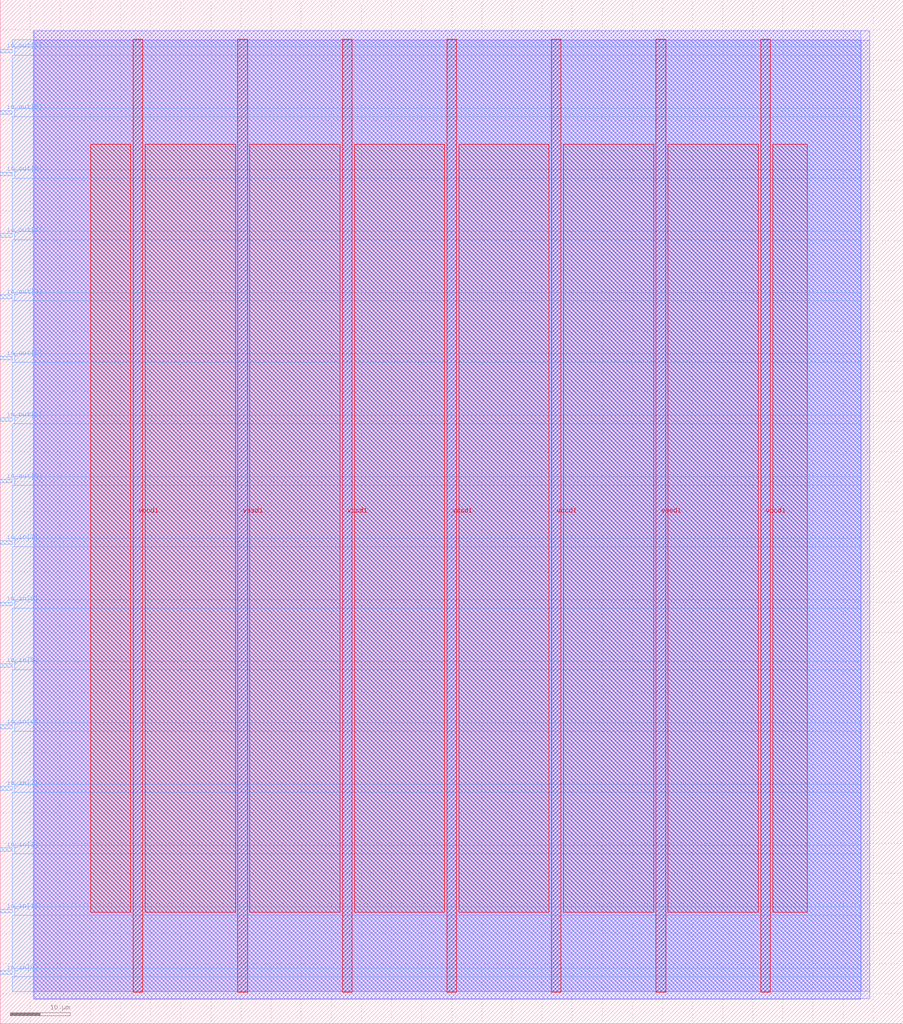
<source format=lef>
VERSION 5.7 ;
  NOWIREEXTENSIONATPIN ON ;
  DIVIDERCHAR "/" ;
  BUSBITCHARS "[]" ;
MACRO browndeer_rv8u
  CLASS BLOCK ;
  FOREIGN browndeer_rv8u ;
  ORIGIN 0.000 0.000 ;
  SIZE 150.000 BY 170.000 ;
  PIN io_in[0]
    DIRECTION INPUT ;
    USE SIGNAL ;
    PORT
      LAYER met3 ;
        RECT 0.000 8.200 2.000 8.800 ;
    END
  END io_in[0]
  PIN io_in[1]
    DIRECTION INPUT ;
    USE SIGNAL ;
    PORT
      LAYER met3 ;
        RECT 0.000 18.400 2.000 19.000 ;
    END
  END io_in[1]
  PIN io_in[2]
    DIRECTION INPUT ;
    USE SIGNAL ;
    PORT
      LAYER met3 ;
        RECT 0.000 28.600 2.000 29.200 ;
    END
  END io_in[2]
  PIN io_in[3]
    DIRECTION INPUT ;
    USE SIGNAL ;
    PORT
      LAYER met3 ;
        RECT 0.000 38.800 2.000 39.400 ;
    END
  END io_in[3]
  PIN io_in[4]
    DIRECTION INPUT ;
    USE SIGNAL ;
    PORT
      LAYER met3 ;
        RECT 0.000 49.000 2.000 49.600 ;
    END
  END io_in[4]
  PIN io_in[5]
    DIRECTION INPUT ;
    USE SIGNAL ;
    PORT
      LAYER met3 ;
        RECT 0.000 59.200 2.000 59.800 ;
    END
  END io_in[5]
  PIN io_in[6]
    DIRECTION INPUT ;
    USE SIGNAL ;
    PORT
      LAYER met3 ;
        RECT 0.000 69.400 2.000 70.000 ;
    END
  END io_in[6]
  PIN io_in[7]
    DIRECTION INPUT ;
    USE SIGNAL ;
    PORT
      LAYER met3 ;
        RECT 0.000 79.600 2.000 80.200 ;
    END
  END io_in[7]
  PIN io_out[0]
    DIRECTION OUTPUT TRISTATE ;
    USE SIGNAL ;
    PORT
      LAYER met3 ;
        RECT 0.000 89.800 2.000 90.400 ;
    END
  END io_out[0]
  PIN io_out[1]
    DIRECTION OUTPUT TRISTATE ;
    USE SIGNAL ;
    PORT
      LAYER met3 ;
        RECT 0.000 100.000 2.000 100.600 ;
    END
  END io_out[1]
  PIN io_out[2]
    DIRECTION OUTPUT TRISTATE ;
    USE SIGNAL ;
    PORT
      LAYER met3 ;
        RECT 0.000 110.200 2.000 110.800 ;
    END
  END io_out[2]
  PIN io_out[3]
    DIRECTION OUTPUT TRISTATE ;
    USE SIGNAL ;
    PORT
      LAYER met3 ;
        RECT 0.000 120.400 2.000 121.000 ;
    END
  END io_out[3]
  PIN io_out[4]
    DIRECTION OUTPUT TRISTATE ;
    USE SIGNAL ;
    PORT
      LAYER met3 ;
        RECT 0.000 130.600 2.000 131.200 ;
    END
  END io_out[4]
  PIN io_out[5]
    DIRECTION OUTPUT TRISTATE ;
    USE SIGNAL ;
    PORT
      LAYER met3 ;
        RECT 0.000 140.800 2.000 141.400 ;
    END
  END io_out[5]
  PIN io_out[6]
    DIRECTION OUTPUT TRISTATE ;
    USE SIGNAL ;
    PORT
      LAYER met3 ;
        RECT 0.000 151.000 2.000 151.600 ;
    END
  END io_out[6]
  PIN io_out[7]
    DIRECTION OUTPUT TRISTATE ;
    USE SIGNAL ;
    PORT
      LAYER met3 ;
        RECT 0.000 161.200 2.000 161.800 ;
    END
  END io_out[7]
  PIN vccd1
    DIRECTION INOUT ;
    USE POWER ;
    PORT
      LAYER met4 ;
        RECT 22.090 5.200 23.690 163.440 ;
    END
    PORT
      LAYER met4 ;
        RECT 56.830 5.200 58.430 163.440 ;
    END
    PORT
      LAYER met4 ;
        RECT 91.570 5.200 93.170 163.440 ;
    END
    PORT
      LAYER met4 ;
        RECT 126.310 5.200 127.910 163.440 ;
    END
  END vccd1
  PIN vssd1
    DIRECTION INOUT ;
    USE GROUND ;
    PORT
      LAYER met4 ;
        RECT 39.460 5.200 41.060 163.440 ;
    END
    PORT
      LAYER met4 ;
        RECT 74.200 5.200 75.800 163.440 ;
    END
    PORT
      LAYER met4 ;
        RECT 108.940 5.200 110.540 163.440 ;
    END
  END vssd1
  OBS
      LAYER li1 ;
        RECT 5.520 5.355 144.440 163.285 ;
      LAYER met1 ;
        RECT 5.520 4.120 144.440 164.860 ;
      LAYER met2 ;
        RECT 5.620 4.090 142.970 164.890 ;
      LAYER met3 ;
        RECT 2.000 162.200 142.995 163.365 ;
        RECT 2.400 160.800 142.995 162.200 ;
        RECT 2.000 152.000 142.995 160.800 ;
        RECT 2.400 150.600 142.995 152.000 ;
        RECT 2.000 141.800 142.995 150.600 ;
        RECT 2.400 140.400 142.995 141.800 ;
        RECT 2.000 131.600 142.995 140.400 ;
        RECT 2.400 130.200 142.995 131.600 ;
        RECT 2.000 121.400 142.995 130.200 ;
        RECT 2.400 120.000 142.995 121.400 ;
        RECT 2.000 111.200 142.995 120.000 ;
        RECT 2.400 109.800 142.995 111.200 ;
        RECT 2.000 101.000 142.995 109.800 ;
        RECT 2.400 99.600 142.995 101.000 ;
        RECT 2.000 90.800 142.995 99.600 ;
        RECT 2.400 89.400 142.995 90.800 ;
        RECT 2.000 80.600 142.995 89.400 ;
        RECT 2.400 79.200 142.995 80.600 ;
        RECT 2.000 70.400 142.995 79.200 ;
        RECT 2.400 69.000 142.995 70.400 ;
        RECT 2.000 60.200 142.995 69.000 ;
        RECT 2.400 58.800 142.995 60.200 ;
        RECT 2.000 50.000 142.995 58.800 ;
        RECT 2.400 48.600 142.995 50.000 ;
        RECT 2.000 39.800 142.995 48.600 ;
        RECT 2.400 38.400 142.995 39.800 ;
        RECT 2.000 29.600 142.995 38.400 ;
        RECT 2.400 28.200 142.995 29.600 ;
        RECT 2.000 19.400 142.995 28.200 ;
        RECT 2.400 18.000 142.995 19.400 ;
        RECT 2.000 9.200 142.995 18.000 ;
        RECT 2.400 7.800 142.995 9.200 ;
        RECT 2.000 5.275 142.995 7.800 ;
      LAYER met4 ;
        RECT 15.015 18.535 21.690 146.025 ;
        RECT 24.090 18.535 39.060 146.025 ;
        RECT 41.460 18.535 56.430 146.025 ;
        RECT 58.830 18.535 73.800 146.025 ;
        RECT 76.200 18.535 91.170 146.025 ;
        RECT 93.570 18.535 108.540 146.025 ;
        RECT 110.940 18.535 125.910 146.025 ;
        RECT 128.310 18.535 134.025 146.025 ;
  END
END browndeer_rv8u
END LIBRARY


</source>
